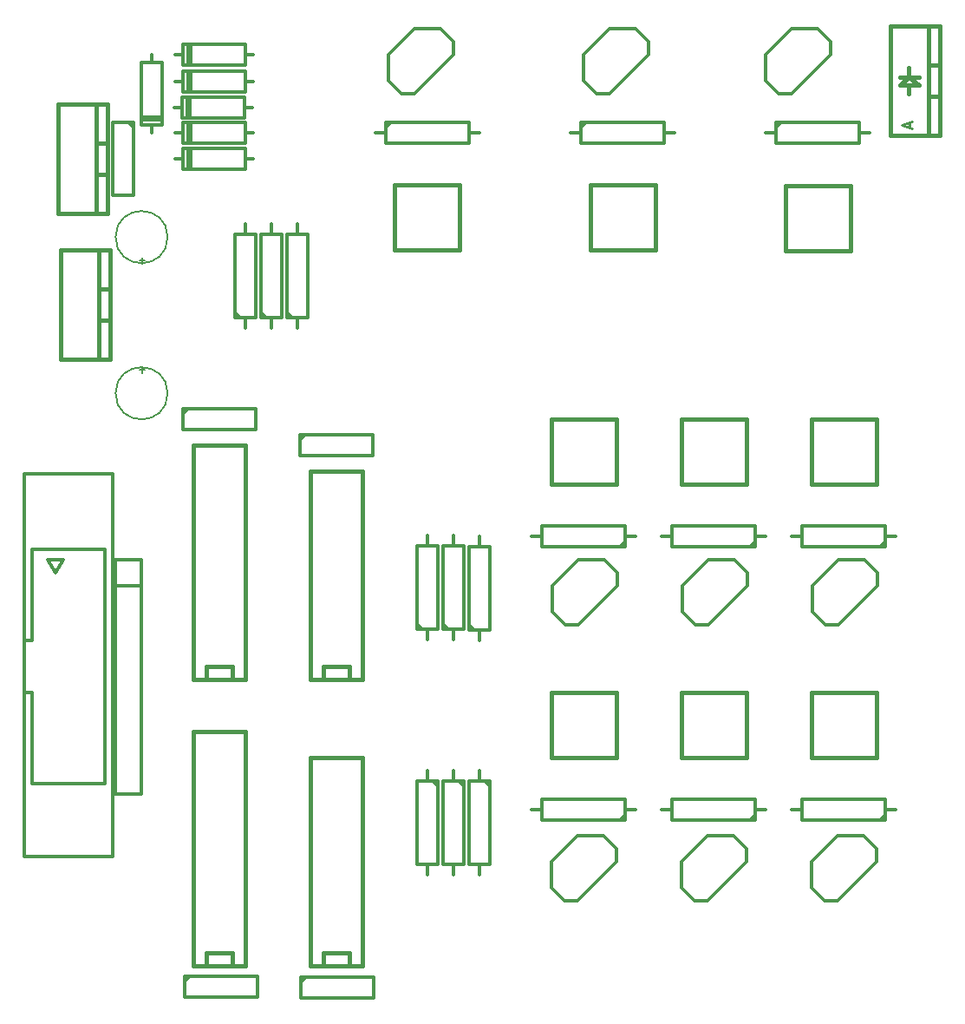
<source format=gto>
%FSLAX34Y34*%
G04 Gerber Fmt 3.4, Leading zero omitted, Abs format*
G04 (created by PCBNEW (2013-12-09 BZR 4542)-product) date Wed 22 Jan 2014 23:18:31 CST*
%MOIN*%
G01*
G70*
G90*
G04 APERTURE LIST*
%ADD10C,0.005906*%
%ADD11C,0.012000*%
%ADD12C,0.015000*%
%ADD13C,0.005000*%
%ADD14C,0.007500*%
%ADD15C,0.009850*%
%ADD16C,0.009900*%
G04 APERTURE END LIST*
G54D10*
G54D11*
X31300Y-33400D02*
X32800Y-31900D01*
X32800Y-31900D02*
X32800Y-31400D01*
X32800Y-31400D02*
X32300Y-30900D01*
X32300Y-30900D02*
X31300Y-30900D01*
X31300Y-30900D02*
X30300Y-31900D01*
X30300Y-31900D02*
X30300Y-32900D01*
X30300Y-32900D02*
X30800Y-33400D01*
X30800Y-33400D02*
X31300Y-33400D01*
X36300Y-33400D02*
X37800Y-31900D01*
X37800Y-31900D02*
X37800Y-31400D01*
X37800Y-31400D02*
X37300Y-30900D01*
X37300Y-30900D02*
X36300Y-30900D01*
X36300Y-30900D02*
X35300Y-31900D01*
X35300Y-31900D02*
X35300Y-32900D01*
X35300Y-32900D02*
X35800Y-33400D01*
X35800Y-33400D02*
X36300Y-33400D01*
X41300Y-33400D02*
X42800Y-31900D01*
X42800Y-31900D02*
X42800Y-31400D01*
X42800Y-31400D02*
X42300Y-30900D01*
X42300Y-30900D02*
X41300Y-30900D01*
X41300Y-30900D02*
X40300Y-31900D01*
X40300Y-31900D02*
X40300Y-32900D01*
X40300Y-32900D02*
X40800Y-33400D01*
X40800Y-33400D02*
X41300Y-33400D01*
X41250Y-44000D02*
X42750Y-42500D01*
X42750Y-42500D02*
X42750Y-42000D01*
X42750Y-42000D02*
X42250Y-41500D01*
X42250Y-41500D02*
X41250Y-41500D01*
X41250Y-41500D02*
X40250Y-42500D01*
X40250Y-42500D02*
X40250Y-43500D01*
X40250Y-43500D02*
X40750Y-44000D01*
X40750Y-44000D02*
X41250Y-44000D01*
X36250Y-44000D02*
X37750Y-42500D01*
X37750Y-42500D02*
X37750Y-42000D01*
X37750Y-42000D02*
X37250Y-41500D01*
X37250Y-41500D02*
X36250Y-41500D01*
X36250Y-41500D02*
X35250Y-42500D01*
X35250Y-42500D02*
X35250Y-43500D01*
X35250Y-43500D02*
X35750Y-44000D01*
X35750Y-44000D02*
X36250Y-44000D01*
X31250Y-44000D02*
X32750Y-42500D01*
X32750Y-42500D02*
X32750Y-42000D01*
X32750Y-42000D02*
X32250Y-41500D01*
X32250Y-41500D02*
X31250Y-41500D01*
X31250Y-41500D02*
X30250Y-42500D01*
X30250Y-42500D02*
X30250Y-43500D01*
X30250Y-43500D02*
X30750Y-44000D01*
X30750Y-44000D02*
X31250Y-44000D01*
X39500Y-13000D02*
X41000Y-11500D01*
X41000Y-11500D02*
X41000Y-11000D01*
X41000Y-11000D02*
X40500Y-10500D01*
X40500Y-10500D02*
X39500Y-10500D01*
X39500Y-10500D02*
X38500Y-11500D01*
X38500Y-11500D02*
X38500Y-12500D01*
X38500Y-12500D02*
X39000Y-13000D01*
X39000Y-13000D02*
X39500Y-13000D01*
X32500Y-13000D02*
X34000Y-11500D01*
X34000Y-11500D02*
X34000Y-11000D01*
X34000Y-11000D02*
X33500Y-10500D01*
X33500Y-10500D02*
X32500Y-10500D01*
X32500Y-10500D02*
X31500Y-11500D01*
X31500Y-11500D02*
X31500Y-12500D01*
X31500Y-12500D02*
X32000Y-13000D01*
X32000Y-13000D02*
X32500Y-13000D01*
X25000Y-13000D02*
X26500Y-11500D01*
X26500Y-11500D02*
X26500Y-11000D01*
X26500Y-11000D02*
X26000Y-10500D01*
X26000Y-10500D02*
X25000Y-10500D01*
X25000Y-10500D02*
X24000Y-11500D01*
X24000Y-11500D02*
X24000Y-12500D01*
X24000Y-12500D02*
X24500Y-13000D01*
X24500Y-13000D02*
X25000Y-13000D01*
X33500Y-30000D02*
X33100Y-30000D01*
X33100Y-30000D02*
X33100Y-30400D01*
X33100Y-30400D02*
X29900Y-30400D01*
X29900Y-30400D02*
X29900Y-29600D01*
X29900Y-29600D02*
X33100Y-29600D01*
X33100Y-29600D02*
X33100Y-30000D01*
X33100Y-30200D02*
X32900Y-30400D01*
X29500Y-30000D02*
X29900Y-30000D01*
X19500Y-22000D02*
X19500Y-21600D01*
X19500Y-21600D02*
X19100Y-21600D01*
X19100Y-21600D02*
X19100Y-18400D01*
X19100Y-18400D02*
X19900Y-18400D01*
X19900Y-18400D02*
X19900Y-21600D01*
X19900Y-21600D02*
X19500Y-21600D01*
X19300Y-21600D02*
X19100Y-21400D01*
X19500Y-18000D02*
X19500Y-18400D01*
X20500Y-22000D02*
X20500Y-21600D01*
X20500Y-21600D02*
X20100Y-21600D01*
X20100Y-21600D02*
X20100Y-18400D01*
X20100Y-18400D02*
X20900Y-18400D01*
X20900Y-18400D02*
X20900Y-21600D01*
X20900Y-21600D02*
X20500Y-21600D01*
X20300Y-21600D02*
X20100Y-21400D01*
X20500Y-18000D02*
X20500Y-18400D01*
X25500Y-39000D02*
X25500Y-39400D01*
X25500Y-39400D02*
X25900Y-39400D01*
X25900Y-39400D02*
X25900Y-42600D01*
X25900Y-42600D02*
X25100Y-42600D01*
X25100Y-42600D02*
X25100Y-39400D01*
X25100Y-39400D02*
X25500Y-39400D01*
X25700Y-39400D02*
X25900Y-39600D01*
X25500Y-43000D02*
X25500Y-42600D01*
X26500Y-39000D02*
X26500Y-39400D01*
X26500Y-39400D02*
X26900Y-39400D01*
X26900Y-39400D02*
X26900Y-42600D01*
X26900Y-42600D02*
X26100Y-42600D01*
X26100Y-42600D02*
X26100Y-39400D01*
X26100Y-39400D02*
X26500Y-39400D01*
X26700Y-39400D02*
X26900Y-39600D01*
X26500Y-43000D02*
X26500Y-42600D01*
X27500Y-39000D02*
X27500Y-39400D01*
X27500Y-39400D02*
X27900Y-39400D01*
X27900Y-39400D02*
X27900Y-42600D01*
X27900Y-42600D02*
X27100Y-42600D01*
X27100Y-42600D02*
X27100Y-39400D01*
X27100Y-39400D02*
X27500Y-39400D01*
X27700Y-39400D02*
X27900Y-39600D01*
X27500Y-43000D02*
X27500Y-42600D01*
X25500Y-33975D02*
X25500Y-33575D01*
X25500Y-33575D02*
X25100Y-33575D01*
X25100Y-33575D02*
X25100Y-30375D01*
X25100Y-30375D02*
X25900Y-30375D01*
X25900Y-30375D02*
X25900Y-33575D01*
X25900Y-33575D02*
X25500Y-33575D01*
X25300Y-33575D02*
X25100Y-33375D01*
X25500Y-29975D02*
X25500Y-30375D01*
X26500Y-33975D02*
X26500Y-33575D01*
X26500Y-33575D02*
X26100Y-33575D01*
X26100Y-33575D02*
X26100Y-30375D01*
X26100Y-30375D02*
X26900Y-30375D01*
X26900Y-30375D02*
X26900Y-33575D01*
X26900Y-33575D02*
X26500Y-33575D01*
X26300Y-33575D02*
X26100Y-33375D01*
X26500Y-29975D02*
X26500Y-30375D01*
X27500Y-34000D02*
X27500Y-33600D01*
X27500Y-33600D02*
X27100Y-33600D01*
X27100Y-33600D02*
X27100Y-30400D01*
X27100Y-30400D02*
X27900Y-30400D01*
X27900Y-30400D02*
X27900Y-33600D01*
X27900Y-33600D02*
X27500Y-33600D01*
X27300Y-33600D02*
X27100Y-33400D01*
X27500Y-30000D02*
X27500Y-30400D01*
X18500Y-22000D02*
X18500Y-21600D01*
X18500Y-21600D02*
X18100Y-21600D01*
X18100Y-21600D02*
X18100Y-18400D01*
X18100Y-18400D02*
X18900Y-18400D01*
X18900Y-18400D02*
X18900Y-21600D01*
X18900Y-21600D02*
X18500Y-21600D01*
X18300Y-21600D02*
X18100Y-21400D01*
X18500Y-18000D02*
X18500Y-18400D01*
X33500Y-40500D02*
X33100Y-40500D01*
X33100Y-40500D02*
X33100Y-40900D01*
X33100Y-40900D02*
X29900Y-40900D01*
X29900Y-40900D02*
X29900Y-40100D01*
X29900Y-40100D02*
X33100Y-40100D01*
X33100Y-40100D02*
X33100Y-40500D01*
X33100Y-40700D02*
X32900Y-40900D01*
X29500Y-40500D02*
X29900Y-40500D01*
X23500Y-14500D02*
X23900Y-14500D01*
X23900Y-14500D02*
X23900Y-14100D01*
X23900Y-14100D02*
X27100Y-14100D01*
X27100Y-14100D02*
X27100Y-14900D01*
X27100Y-14900D02*
X23900Y-14900D01*
X23900Y-14900D02*
X23900Y-14500D01*
X23900Y-14300D02*
X24100Y-14100D01*
X27500Y-14500D02*
X27100Y-14500D01*
X38500Y-40500D02*
X38100Y-40500D01*
X38100Y-40500D02*
X38100Y-40900D01*
X38100Y-40900D02*
X34900Y-40900D01*
X34900Y-40900D02*
X34900Y-40100D01*
X34900Y-40100D02*
X38100Y-40100D01*
X38100Y-40100D02*
X38100Y-40500D01*
X38100Y-40700D02*
X37900Y-40900D01*
X34500Y-40500D02*
X34900Y-40500D01*
X31000Y-14500D02*
X31400Y-14500D01*
X31400Y-14500D02*
X31400Y-14100D01*
X31400Y-14100D02*
X34600Y-14100D01*
X34600Y-14100D02*
X34600Y-14900D01*
X34600Y-14900D02*
X31400Y-14900D01*
X31400Y-14900D02*
X31400Y-14500D01*
X31400Y-14300D02*
X31600Y-14100D01*
X35000Y-14500D02*
X34600Y-14500D01*
X38500Y-30000D02*
X38100Y-30000D01*
X38100Y-30000D02*
X38100Y-30400D01*
X38100Y-30400D02*
X34900Y-30400D01*
X34900Y-30400D02*
X34900Y-29600D01*
X34900Y-29600D02*
X38100Y-29600D01*
X38100Y-29600D02*
X38100Y-30000D01*
X38100Y-30200D02*
X37900Y-30400D01*
X34500Y-30000D02*
X34900Y-30000D01*
X43500Y-40500D02*
X43100Y-40500D01*
X43100Y-40500D02*
X43100Y-40900D01*
X43100Y-40900D02*
X39900Y-40900D01*
X39900Y-40900D02*
X39900Y-40100D01*
X39900Y-40100D02*
X43100Y-40100D01*
X43100Y-40100D02*
X43100Y-40500D01*
X43100Y-40700D02*
X42900Y-40900D01*
X39500Y-40500D02*
X39900Y-40500D01*
X38500Y-14500D02*
X38900Y-14500D01*
X38900Y-14500D02*
X38900Y-14100D01*
X38900Y-14100D02*
X42100Y-14100D01*
X42100Y-14100D02*
X42100Y-14900D01*
X42100Y-14900D02*
X38900Y-14900D01*
X38900Y-14900D02*
X38900Y-14500D01*
X38900Y-14300D02*
X39100Y-14100D01*
X42500Y-14500D02*
X42100Y-14500D01*
X43500Y-30000D02*
X43100Y-30000D01*
X43100Y-30000D02*
X43100Y-30400D01*
X43100Y-30400D02*
X39900Y-30400D01*
X39900Y-30400D02*
X39900Y-29600D01*
X39900Y-29600D02*
X43100Y-29600D01*
X43100Y-29600D02*
X43100Y-30000D01*
X43100Y-30200D02*
X42900Y-30400D01*
X39500Y-30000D02*
X39900Y-30000D01*
G54D12*
X17000Y-46500D02*
X17000Y-46500D01*
X17000Y-46500D02*
X17000Y-46000D01*
X17000Y-46000D02*
X18000Y-46000D01*
X18000Y-46000D02*
X18000Y-46500D01*
X16500Y-46500D02*
X16500Y-37500D01*
X16500Y-37500D02*
X18500Y-37500D01*
X18500Y-37500D02*
X18500Y-46500D01*
X18500Y-46500D02*
X16500Y-46500D01*
X17000Y-35500D02*
X17000Y-35500D01*
X17000Y-35500D02*
X17000Y-35000D01*
X17000Y-35000D02*
X18000Y-35000D01*
X18000Y-35000D02*
X18000Y-35500D01*
X16500Y-35500D02*
X16500Y-26500D01*
X16500Y-26500D02*
X18500Y-26500D01*
X18500Y-26500D02*
X18500Y-35500D01*
X18500Y-35500D02*
X16500Y-35500D01*
X21000Y-35500D02*
X21000Y-27500D01*
X23000Y-27500D02*
X23000Y-35500D01*
X23000Y-35500D02*
X21000Y-35500D01*
X21500Y-35500D02*
X21500Y-35000D01*
X21500Y-35000D02*
X22500Y-35000D01*
X22500Y-35000D02*
X22500Y-35500D01*
X21000Y-27500D02*
X23000Y-27500D01*
X21000Y-46500D02*
X21000Y-38500D01*
X23000Y-38500D02*
X23000Y-46500D01*
X23000Y-46500D02*
X21000Y-46500D01*
X21500Y-46500D02*
X21500Y-46000D01*
X21500Y-46000D02*
X22500Y-46000D01*
X22500Y-46000D02*
X22500Y-46500D01*
X21000Y-38500D02*
X23000Y-38500D01*
G54D11*
X15740Y-13530D02*
X16040Y-13530D01*
X16040Y-13530D02*
X16040Y-13930D01*
X16040Y-13930D02*
X18440Y-13930D01*
X18440Y-13930D02*
X18440Y-13530D01*
X18440Y-13530D02*
X18740Y-13530D01*
X18440Y-13530D02*
X18440Y-13130D01*
X18440Y-13130D02*
X16040Y-13130D01*
X16040Y-13130D02*
X16040Y-13530D01*
X16240Y-13930D02*
X16240Y-13130D01*
X16340Y-13130D02*
X16340Y-13930D01*
X15780Y-12540D02*
X16080Y-12540D01*
X16080Y-12540D02*
X16080Y-12940D01*
X16080Y-12940D02*
X18480Y-12940D01*
X18480Y-12940D02*
X18480Y-12540D01*
X18480Y-12540D02*
X18780Y-12540D01*
X18480Y-12540D02*
X18480Y-12140D01*
X18480Y-12140D02*
X16080Y-12140D01*
X16080Y-12140D02*
X16080Y-12540D01*
X16280Y-12940D02*
X16280Y-12140D01*
X16380Y-12140D02*
X16380Y-12940D01*
X15800Y-11500D02*
X16100Y-11500D01*
X16100Y-11500D02*
X16100Y-11900D01*
X16100Y-11900D02*
X18500Y-11900D01*
X18500Y-11900D02*
X18500Y-11500D01*
X18500Y-11500D02*
X18800Y-11500D01*
X18500Y-11500D02*
X18500Y-11100D01*
X18500Y-11100D02*
X16100Y-11100D01*
X16100Y-11100D02*
X16100Y-11500D01*
X16300Y-11900D02*
X16300Y-11100D01*
X16400Y-11100D02*
X16400Y-11900D01*
X14900Y-14500D02*
X14900Y-14200D01*
X14900Y-14200D02*
X15300Y-14200D01*
X15300Y-14200D02*
X15300Y-11800D01*
X15300Y-11800D02*
X14900Y-11800D01*
X14900Y-11800D02*
X14900Y-11500D01*
X14900Y-11800D02*
X14500Y-11800D01*
X14500Y-11800D02*
X14500Y-14200D01*
X14500Y-14200D02*
X14900Y-14200D01*
X15300Y-14000D02*
X14500Y-14000D01*
X14500Y-13900D02*
X15300Y-13900D01*
X15800Y-14500D02*
X16100Y-14500D01*
X16100Y-14500D02*
X16100Y-14900D01*
X16100Y-14900D02*
X18500Y-14900D01*
X18500Y-14900D02*
X18500Y-14500D01*
X18500Y-14500D02*
X18800Y-14500D01*
X18500Y-14500D02*
X18500Y-14100D01*
X18500Y-14100D02*
X16100Y-14100D01*
X16100Y-14100D02*
X16100Y-14500D01*
X16300Y-14900D02*
X16300Y-14100D01*
X16400Y-14100D02*
X16400Y-14900D01*
X15800Y-15500D02*
X16100Y-15500D01*
X16100Y-15500D02*
X16100Y-15900D01*
X16100Y-15900D02*
X18500Y-15900D01*
X18500Y-15900D02*
X18500Y-15500D01*
X18500Y-15500D02*
X18800Y-15500D01*
X18500Y-15500D02*
X18500Y-15100D01*
X18500Y-15100D02*
X16100Y-15100D01*
X16100Y-15100D02*
X16100Y-15500D01*
X16300Y-15900D02*
X16300Y-15100D01*
X16400Y-15100D02*
X16400Y-15900D01*
X20600Y-26100D02*
X23400Y-26100D01*
X23400Y-26100D02*
X23400Y-26900D01*
X23400Y-26900D02*
X20600Y-26900D01*
X20600Y-26900D02*
X20600Y-26100D01*
X20600Y-26300D02*
X20800Y-26100D01*
X20610Y-46930D02*
X23410Y-46930D01*
X23410Y-46930D02*
X23410Y-47730D01*
X23410Y-47730D02*
X20610Y-47730D01*
X20610Y-47730D02*
X20610Y-46930D01*
X20610Y-47130D02*
X20810Y-46930D01*
X16140Y-46910D02*
X18940Y-46910D01*
X18940Y-46910D02*
X18940Y-47710D01*
X18940Y-47710D02*
X16140Y-47710D01*
X16140Y-47710D02*
X16140Y-46910D01*
X16140Y-47110D02*
X16340Y-46910D01*
X14200Y-14100D02*
X14200Y-16900D01*
X14200Y-16900D02*
X13400Y-16900D01*
X13400Y-16900D02*
X13400Y-14100D01*
X13400Y-14100D02*
X14200Y-14100D01*
X14000Y-14100D02*
X14200Y-14300D01*
X16100Y-25100D02*
X18900Y-25100D01*
X18900Y-25100D02*
X18900Y-25900D01*
X18900Y-25900D02*
X16100Y-25900D01*
X16100Y-25900D02*
X16100Y-25100D01*
X16100Y-25300D02*
X16300Y-25100D01*
G54D13*
X15501Y-18500D02*
G75*
G03X15501Y-18500I-1001J0D01*
G74*
G01*
X15501Y-24500D02*
G75*
G03X15501Y-24500I-1001J0D01*
G74*
G01*
G54D12*
X44000Y-12350D02*
X44000Y-12000D01*
X44000Y-12700D02*
X44000Y-13000D01*
X44000Y-12350D02*
X44400Y-12650D01*
X44400Y-12650D02*
X43650Y-12650D01*
X43650Y-12650D02*
X44000Y-12350D01*
X44400Y-12350D02*
X43650Y-12350D01*
X45200Y-11900D02*
X44750Y-11900D01*
X45200Y-13100D02*
X44750Y-13100D01*
X44750Y-14600D02*
X43300Y-14600D01*
X43300Y-14600D02*
X43300Y-10400D01*
X43300Y-10400D02*
X44750Y-10400D01*
X45200Y-14600D02*
X44750Y-14600D01*
X44750Y-14600D02*
X44750Y-10400D01*
X44750Y-10400D02*
X45200Y-10400D01*
X45200Y-12500D02*
X45200Y-10400D01*
X45200Y-12500D02*
X45200Y-14600D01*
X13200Y-14900D02*
X12750Y-14900D01*
X13200Y-16100D02*
X12750Y-16100D01*
X12750Y-17600D02*
X11300Y-17600D01*
X11300Y-17600D02*
X11300Y-13400D01*
X11300Y-13400D02*
X12750Y-13400D01*
X13200Y-17600D02*
X12750Y-17600D01*
X12750Y-17600D02*
X12750Y-13400D01*
X12750Y-13400D02*
X13200Y-13400D01*
X13200Y-15500D02*
X13200Y-13400D01*
X13200Y-15500D02*
X13200Y-17600D01*
G54D11*
X14500Y-39900D02*
X13500Y-39900D01*
X13500Y-39900D02*
X13500Y-30900D01*
X13500Y-30900D02*
X14500Y-30900D01*
X14500Y-39900D02*
X14500Y-30900D01*
X14500Y-31900D02*
X13500Y-31900D01*
G54D12*
X35250Y-28000D02*
X35250Y-25500D01*
X35250Y-25500D02*
X37750Y-25500D01*
X37750Y-25500D02*
X37750Y-28000D01*
X37750Y-28000D02*
X35250Y-28000D01*
X40250Y-28000D02*
X40250Y-25500D01*
X40250Y-25500D02*
X42750Y-25500D01*
X42750Y-25500D02*
X42750Y-28000D01*
X42750Y-28000D02*
X40250Y-28000D01*
X30250Y-38500D02*
X30250Y-36000D01*
X30250Y-36000D02*
X32750Y-36000D01*
X32750Y-36000D02*
X32750Y-38500D01*
X32750Y-38500D02*
X30250Y-38500D01*
X35250Y-38500D02*
X35250Y-36000D01*
X35250Y-36000D02*
X37750Y-36000D01*
X37750Y-36000D02*
X37750Y-38500D01*
X37750Y-38500D02*
X35250Y-38500D01*
X40250Y-38500D02*
X40250Y-36000D01*
X40250Y-36000D02*
X42750Y-36000D01*
X42750Y-36000D02*
X42750Y-38500D01*
X42750Y-38500D02*
X40250Y-38500D01*
X30250Y-28000D02*
X30250Y-25500D01*
X30250Y-25500D02*
X32750Y-25500D01*
X32750Y-25500D02*
X32750Y-28000D01*
X32750Y-28000D02*
X30250Y-28000D01*
G54D11*
X13400Y-27600D02*
X13400Y-42300D01*
X13400Y-42300D02*
X10000Y-42300D01*
X10000Y-42300D02*
X10000Y-27600D01*
X10000Y-34000D02*
X10300Y-34000D01*
X10300Y-34000D02*
X10300Y-30500D01*
X10300Y-30500D02*
X13100Y-30500D01*
X13100Y-30500D02*
X13100Y-39500D01*
X13100Y-39500D02*
X10300Y-39500D01*
X10300Y-39500D02*
X10300Y-36000D01*
X10300Y-36000D02*
X10000Y-36000D01*
X10000Y-27600D02*
X13400Y-27600D01*
X11200Y-31400D02*
X11500Y-30900D01*
X11500Y-30900D02*
X10900Y-30900D01*
X10900Y-30900D02*
X11200Y-31400D01*
G54D12*
X13300Y-20500D02*
X12850Y-20500D01*
X13300Y-21700D02*
X12850Y-21700D01*
X12850Y-23200D02*
X11400Y-23200D01*
X11400Y-23200D02*
X11400Y-19000D01*
X11400Y-19000D02*
X12850Y-19000D01*
X13300Y-23200D02*
X12850Y-23200D01*
X12850Y-23200D02*
X12850Y-19000D01*
X12850Y-19000D02*
X13300Y-19000D01*
X13300Y-21100D02*
X13300Y-19000D01*
X13300Y-21100D02*
X13300Y-23200D01*
X26730Y-16480D02*
X26730Y-18980D01*
X26730Y-18980D02*
X24230Y-18980D01*
X24230Y-18980D02*
X24230Y-16480D01*
X24230Y-16480D02*
X26730Y-16480D01*
X34250Y-16510D02*
X34250Y-19010D01*
X34250Y-19010D02*
X31750Y-19010D01*
X31750Y-19010D02*
X31750Y-16510D01*
X31750Y-16510D02*
X34250Y-16510D01*
X41770Y-16530D02*
X41770Y-19030D01*
X41770Y-19030D02*
X39270Y-19030D01*
X39270Y-19030D02*
X39270Y-16530D01*
X39270Y-16530D02*
X41770Y-16530D01*
G54D14*
X14521Y-19514D02*
X14521Y-19285D01*
X14635Y-19400D02*
X14407Y-19400D01*
X14521Y-23714D02*
X14521Y-23485D01*
X14635Y-23600D02*
X14407Y-23600D01*
G54D15*
X44015Y-14293D02*
X44015Y-14106D01*
X44128Y-14331D02*
X43734Y-14200D01*
X44128Y-14068D01*
G54D16*
M02*

</source>
